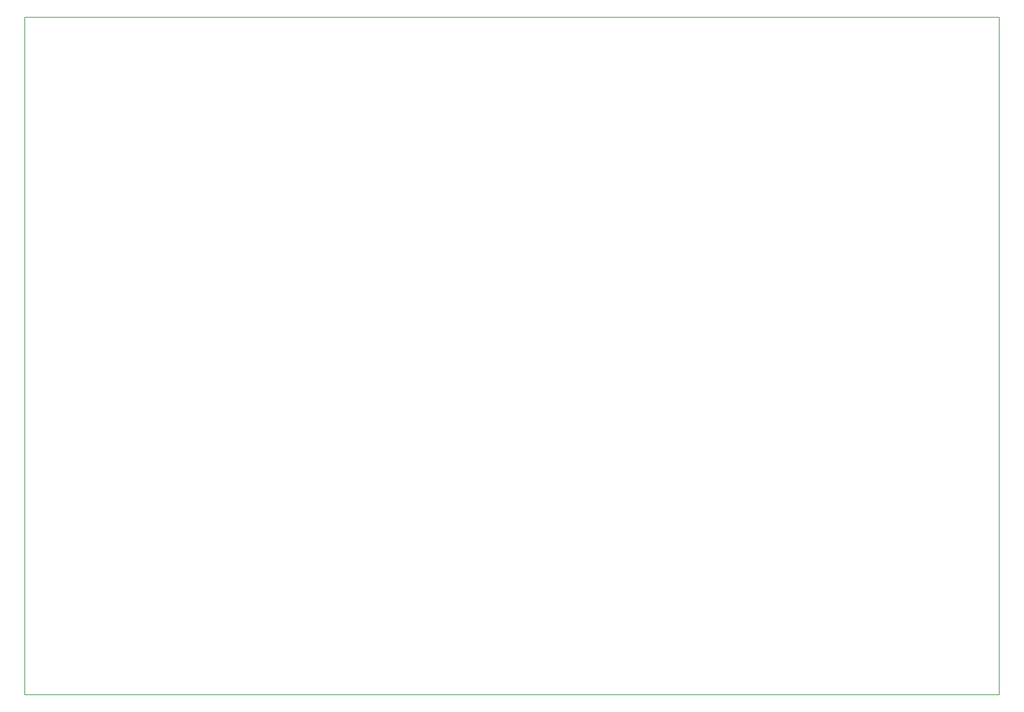
<source format=gbr>
G04 #@! TF.GenerationSoftware,KiCad,Pcbnew,(5.0.0)*
G04 #@! TF.CreationDate,2019-03-12T22:38:42-07:00*
G04 #@! TF.ProjectId,SchematicAutomation,536368656D617469634175746F6D6174,rev?*
G04 #@! TF.SameCoordinates,Original*
G04 #@! TF.FileFunction,Profile,NP*
%FSLAX45Y45*%
G04 Gerber Fmt 4.5, Leading zero omitted, Abs format (unit mm)*
G04 Created by KiCad (PCBNEW (5.0.0)) date 03/12/19 22:38:42*
%MOMM*%
%LPD*%
G01*
G04 APERTURE LIST*
%ADD10C,0.200000*%
G04 APERTURE END LIST*
D10*
X27972000Y-1409700D02*
X3638800Y-1409700D01*
X27972000Y-18326100D02*
X27972000Y-1409700D01*
X3638800Y-18326100D02*
X27972000Y-18326100D01*
X3638800Y-1409700D02*
X3638800Y-18326100D01*
M02*

</source>
